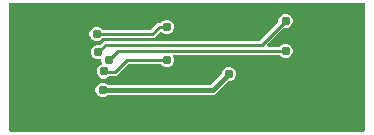
<source format=gbl>
G04 EAGLE Gerber RS-274X export*
G75*
%MOMM*%
%FSLAX34Y34*%
%LPD*%
%INBottom Copper*%
%IPPOS*%
%AMOC8*
5,1,8,0,0,1.08239X$1,22.5*%
G01*
%ADD10C,0.787400*%
%ADD11C,0.254000*%
%ADD12C,0.406400*%

G36*
X304918Y5096D02*
X304918Y5096D01*
X305037Y5103D01*
X305075Y5116D01*
X305116Y5121D01*
X305226Y5164D01*
X305339Y5201D01*
X305374Y5223D01*
X305411Y5238D01*
X305507Y5307D01*
X305608Y5371D01*
X305636Y5401D01*
X305669Y5424D01*
X305745Y5516D01*
X305826Y5603D01*
X305846Y5638D01*
X305871Y5669D01*
X305922Y5777D01*
X305980Y5881D01*
X305990Y5921D01*
X306007Y5957D01*
X306029Y6074D01*
X306059Y6189D01*
X306063Y6249D01*
X306067Y6269D01*
X306065Y6290D01*
X306069Y6350D01*
X306069Y112930D01*
X306054Y113048D01*
X306047Y113167D01*
X306034Y113205D01*
X306029Y113246D01*
X305986Y113356D01*
X305949Y113469D01*
X305927Y113504D01*
X305912Y113541D01*
X305843Y113637D01*
X305779Y113738D01*
X305749Y113766D01*
X305726Y113799D01*
X305634Y113875D01*
X305547Y113956D01*
X305512Y113976D01*
X305481Y114001D01*
X305373Y114052D01*
X305269Y114110D01*
X305229Y114120D01*
X305193Y114137D01*
X305076Y114159D01*
X304961Y114189D01*
X304901Y114193D01*
X304881Y114197D01*
X304860Y114195D01*
X304800Y114199D01*
X5840Y114199D01*
X5722Y114184D01*
X5603Y114177D01*
X5565Y114164D01*
X5524Y114159D01*
X5414Y114116D01*
X5301Y114079D01*
X5266Y114057D01*
X5229Y114042D01*
X5133Y113973D01*
X5032Y113909D01*
X5004Y113879D01*
X4971Y113856D01*
X4895Y113764D01*
X4814Y113677D01*
X4794Y113642D01*
X4769Y113611D01*
X4718Y113503D01*
X4660Y113399D01*
X4650Y113359D01*
X4633Y113323D01*
X4611Y113206D01*
X4581Y113091D01*
X4577Y113031D01*
X4573Y113011D01*
X4575Y112990D01*
X4571Y112930D01*
X4571Y6350D01*
X4586Y6232D01*
X4593Y6113D01*
X4606Y6075D01*
X4611Y6034D01*
X4654Y5924D01*
X4691Y5811D01*
X4713Y5776D01*
X4728Y5739D01*
X4797Y5643D01*
X4861Y5542D01*
X4891Y5514D01*
X4914Y5481D01*
X5006Y5405D01*
X5093Y5324D01*
X5128Y5304D01*
X5159Y5279D01*
X5267Y5228D01*
X5371Y5170D01*
X5411Y5160D01*
X5447Y5143D01*
X5564Y5121D01*
X5679Y5091D01*
X5739Y5087D01*
X5759Y5083D01*
X5780Y5085D01*
X5840Y5081D01*
X304800Y5081D01*
X304918Y5096D01*
G37*
%LPC*%
G36*
X83726Y50164D02*
X83726Y50164D01*
X81532Y51073D01*
X79853Y52752D01*
X78944Y54947D01*
X78944Y57321D01*
X79853Y59516D01*
X81532Y61195D01*
X82846Y61739D01*
X82950Y61798D01*
X83056Y61851D01*
X83087Y61877D01*
X83122Y61897D01*
X83208Y61980D01*
X83298Y62057D01*
X83322Y62090D01*
X83351Y62118D01*
X83413Y62220D01*
X83481Y62317D01*
X83496Y62355D01*
X83517Y62389D01*
X83552Y62503D01*
X83594Y62614D01*
X83599Y62655D01*
X83611Y62693D01*
X83616Y62812D01*
X83629Y62930D01*
X83624Y62970D01*
X83626Y63011D01*
X83602Y63127D01*
X83585Y63245D01*
X83566Y63302D01*
X83561Y63322D01*
X83552Y63341D01*
X83533Y63398D01*
X82930Y64853D01*
X82930Y65238D01*
X82924Y65288D01*
X82926Y65338D01*
X82904Y65445D01*
X82890Y65554D01*
X82872Y65600D01*
X82862Y65649D01*
X82814Y65748D01*
X82773Y65850D01*
X82744Y65890D01*
X82722Y65935D01*
X82651Y66018D01*
X82587Y66107D01*
X82548Y66139D01*
X82516Y66177D01*
X82426Y66240D01*
X82342Y66310D01*
X82297Y66331D01*
X82256Y66360D01*
X82153Y66399D01*
X82054Y66445D01*
X82005Y66455D01*
X81958Y66472D01*
X81849Y66485D01*
X81742Y66505D01*
X81692Y66502D01*
X81642Y66508D01*
X81533Y66492D01*
X81424Y66485D01*
X81377Y66470D01*
X81327Y66463D01*
X81202Y66420D01*
X78823Y66420D01*
X76628Y67329D01*
X74949Y69008D01*
X74040Y71203D01*
X74040Y73577D01*
X74949Y75772D01*
X76628Y77451D01*
X78823Y78360D01*
X80783Y78360D01*
X80881Y78372D01*
X80980Y78375D01*
X81039Y78392D01*
X81099Y78400D01*
X81191Y78436D01*
X81286Y78464D01*
X81338Y78494D01*
X81394Y78517D01*
X81474Y78575D01*
X81560Y78625D01*
X81635Y78691D01*
X81652Y78703D01*
X81660Y78713D01*
X81681Y78731D01*
X84992Y82043D01*
X216546Y82043D01*
X216644Y82055D01*
X216743Y82058D01*
X216802Y82075D01*
X216862Y82083D01*
X216954Y82119D01*
X217049Y82147D01*
X217101Y82177D01*
X217157Y82200D01*
X217237Y82258D01*
X217323Y82308D01*
X217398Y82374D01*
X217415Y82386D01*
X217423Y82396D01*
X217444Y82414D01*
X232419Y97389D01*
X232479Y97468D01*
X232547Y97540D01*
X232576Y97593D01*
X232613Y97641D01*
X232653Y97732D01*
X232701Y97818D01*
X232716Y97877D01*
X232740Y97932D01*
X232755Y98030D01*
X232780Y98126D01*
X232786Y98226D01*
X232790Y98247D01*
X232788Y98259D01*
X232790Y98287D01*
X232790Y100247D01*
X233699Y102442D01*
X235378Y104121D01*
X237573Y105030D01*
X239947Y105030D01*
X242142Y104121D01*
X243821Y102442D01*
X244730Y100247D01*
X244730Y97873D01*
X243821Y95678D01*
X242142Y93999D01*
X239947Y93090D01*
X237987Y93090D01*
X237889Y93078D01*
X237790Y93075D01*
X237731Y93058D01*
X237671Y93050D01*
X237579Y93014D01*
X237484Y92986D01*
X237432Y92956D01*
X237376Y92933D01*
X237296Y92875D01*
X237210Y92825D01*
X237135Y92759D01*
X237118Y92747D01*
X237110Y92737D01*
X237089Y92719D01*
X223500Y79129D01*
X223415Y79020D01*
X223326Y78913D01*
X223318Y78894D01*
X223305Y78878D01*
X223250Y78750D01*
X223191Y78625D01*
X223187Y78605D01*
X223179Y78586D01*
X223157Y78448D01*
X223131Y78312D01*
X223132Y78292D01*
X223129Y78272D01*
X223142Y78133D01*
X223151Y77995D01*
X223157Y77976D01*
X223159Y77956D01*
X223206Y77824D01*
X223249Y77693D01*
X223260Y77675D01*
X223267Y77656D01*
X223345Y77541D01*
X223419Y77424D01*
X223434Y77410D01*
X223445Y77393D01*
X223549Y77301D01*
X223651Y77206D01*
X223668Y77196D01*
X223684Y77183D01*
X223807Y77119D01*
X223929Y77052D01*
X223949Y77047D01*
X223967Y77038D01*
X224103Y77008D01*
X224237Y76973D01*
X224265Y76971D01*
X224277Y76968D01*
X224298Y76969D01*
X224398Y76963D01*
X233095Y76963D01*
X233193Y76975D01*
X233292Y76978D01*
X233350Y76995D01*
X233410Y77003D01*
X233502Y77039D01*
X233597Y77067D01*
X233649Y77097D01*
X233706Y77120D01*
X233786Y77178D01*
X233871Y77228D01*
X233947Y77294D01*
X233963Y77306D01*
X233971Y77316D01*
X233992Y77334D01*
X235378Y78721D01*
X237573Y79630D01*
X239947Y79630D01*
X242142Y78721D01*
X243821Y77042D01*
X244730Y74847D01*
X244730Y72473D01*
X243821Y70278D01*
X242142Y68599D01*
X239947Y67690D01*
X237573Y67690D01*
X235378Y68599D01*
X233992Y69986D01*
X233914Y70046D01*
X233842Y70114D01*
X233789Y70143D01*
X233741Y70180D01*
X233650Y70220D01*
X233563Y70268D01*
X233505Y70283D01*
X233449Y70307D01*
X233351Y70322D01*
X233255Y70347D01*
X233155Y70353D01*
X233135Y70357D01*
X233123Y70355D01*
X233095Y70357D01*
X145003Y70357D01*
X144954Y70351D01*
X144904Y70353D01*
X144796Y70331D01*
X144687Y70317D01*
X144641Y70299D01*
X144593Y70289D01*
X144494Y70241D01*
X144392Y70200D01*
X144352Y70171D01*
X144307Y70149D01*
X144223Y70078D01*
X144134Y70014D01*
X144103Y69975D01*
X144065Y69943D01*
X144002Y69853D01*
X143932Y69769D01*
X143910Y69724D01*
X143882Y69683D01*
X143843Y69580D01*
X143796Y69481D01*
X143787Y69432D01*
X143769Y69386D01*
X143757Y69276D01*
X143736Y69169D01*
X143739Y69119D01*
X143734Y69070D01*
X143749Y68961D01*
X143756Y68851D01*
X143771Y68804D01*
X143778Y68755D01*
X143830Y68602D01*
X144400Y67227D01*
X144400Y64853D01*
X143491Y62658D01*
X141812Y60979D01*
X139617Y60070D01*
X137243Y60070D01*
X135048Y60979D01*
X133662Y62366D01*
X133584Y62426D01*
X133512Y62494D01*
X133459Y62523D01*
X133411Y62560D01*
X133320Y62600D01*
X133233Y62648D01*
X133175Y62663D01*
X133119Y62687D01*
X133021Y62702D01*
X132925Y62727D01*
X132825Y62733D01*
X132805Y62737D01*
X132793Y62735D01*
X132765Y62737D01*
X106034Y62737D01*
X105936Y62725D01*
X105837Y62722D01*
X105778Y62705D01*
X105718Y62697D01*
X105626Y62661D01*
X105531Y62633D01*
X105479Y62603D01*
X105423Y62580D01*
X105343Y62522D01*
X105257Y62472D01*
X105182Y62406D01*
X105165Y62394D01*
X105157Y62384D01*
X105136Y62366D01*
X95348Y52577D01*
X90325Y52577D01*
X90227Y52565D01*
X90128Y52562D01*
X90070Y52545D01*
X90009Y52537D01*
X89917Y52501D01*
X89822Y52473D01*
X89770Y52443D01*
X89714Y52420D01*
X89634Y52362D01*
X89548Y52312D01*
X89473Y52246D01*
X89456Y52234D01*
X89449Y52224D01*
X89427Y52206D01*
X88295Y51073D01*
X86101Y50164D01*
X83726Y50164D01*
G37*
%LPD*%
%LPC*%
G36*
X82633Y34670D02*
X82633Y34670D01*
X80438Y35579D01*
X78759Y37258D01*
X77850Y39453D01*
X77850Y41827D01*
X78759Y44022D01*
X80438Y45701D01*
X82633Y46610D01*
X85007Y46610D01*
X87202Y45701D01*
X87826Y45076D01*
X87904Y45016D01*
X87976Y44948D01*
X88029Y44919D01*
X88077Y44882D01*
X88168Y44842D01*
X88255Y44794D01*
X88313Y44779D01*
X88369Y44755D01*
X88467Y44740D01*
X88563Y44715D01*
X88663Y44709D01*
X88683Y44705D01*
X88695Y44707D01*
X88723Y44705D01*
X174851Y44705D01*
X174949Y44717D01*
X175048Y44720D01*
X175106Y44737D01*
X175166Y44745D01*
X175258Y44781D01*
X175353Y44809D01*
X175405Y44839D01*
X175462Y44862D01*
X175542Y44920D01*
X175627Y44970D01*
X175703Y45036D01*
X175719Y45048D01*
X175727Y45058D01*
X175748Y45076D01*
X184424Y53752D01*
X184484Y53830D01*
X184552Y53902D01*
X184581Y53955D01*
X184618Y54003D01*
X184658Y54094D01*
X184706Y54181D01*
X184721Y54239D01*
X184745Y54295D01*
X184760Y54393D01*
X184785Y54489D01*
X184791Y54589D01*
X184795Y54609D01*
X184793Y54621D01*
X184795Y54649D01*
X184795Y55532D01*
X185704Y57727D01*
X187383Y59406D01*
X189578Y60315D01*
X191952Y60315D01*
X194147Y59406D01*
X195826Y57727D01*
X196735Y55532D01*
X196735Y53158D01*
X195826Y50963D01*
X194147Y49284D01*
X191952Y48375D01*
X191069Y48375D01*
X190971Y48363D01*
X190872Y48360D01*
X190814Y48343D01*
X190754Y48335D01*
X190662Y48299D01*
X190567Y48271D01*
X190515Y48241D01*
X190458Y48218D01*
X190378Y48160D01*
X190293Y48110D01*
X190217Y48044D01*
X190201Y48032D01*
X190193Y48022D01*
X190172Y48004D01*
X178744Y36575D01*
X88723Y36575D01*
X88625Y36563D01*
X88526Y36560D01*
X88468Y36543D01*
X88408Y36535D01*
X88316Y36499D01*
X88221Y36471D01*
X88169Y36441D01*
X88112Y36418D01*
X88032Y36360D01*
X87947Y36310D01*
X87871Y36244D01*
X87855Y36232D01*
X87847Y36222D01*
X87826Y36204D01*
X87202Y35579D01*
X85007Y34670D01*
X82633Y34670D01*
G37*
%LPD*%
%LPC*%
G36*
X77553Y82041D02*
X77553Y82041D01*
X75358Y82950D01*
X73679Y84629D01*
X72770Y86824D01*
X72770Y89198D01*
X73679Y91393D01*
X75358Y93072D01*
X77553Y93981D01*
X79927Y93981D01*
X82122Y93072D01*
X83508Y91685D01*
X83586Y91625D01*
X83658Y91557D01*
X83711Y91528D01*
X83759Y91491D01*
X83850Y91451D01*
X83937Y91403D01*
X83995Y91388D01*
X84051Y91364D01*
X84149Y91349D01*
X84245Y91324D01*
X84345Y91318D01*
X84365Y91314D01*
X84377Y91316D01*
X84405Y91314D01*
X124217Y91314D01*
X124315Y91326D01*
X124414Y91329D01*
X124473Y91346D01*
X124533Y91354D01*
X124625Y91390D01*
X124720Y91418D01*
X124772Y91448D01*
X124828Y91471D01*
X124908Y91529D01*
X124994Y91579D01*
X125069Y91645D01*
X125086Y91657D01*
X125094Y91667D01*
X125115Y91685D01*
X130712Y97283D01*
X132765Y97283D01*
X132863Y97295D01*
X132962Y97298D01*
X133020Y97315D01*
X133080Y97323D01*
X133172Y97359D01*
X133267Y97387D01*
X133319Y97417D01*
X133376Y97440D01*
X133456Y97498D01*
X133541Y97548D01*
X133617Y97614D01*
X133633Y97626D01*
X133641Y97636D01*
X133662Y97654D01*
X135048Y99041D01*
X137243Y99950D01*
X139617Y99950D01*
X141812Y99041D01*
X143491Y97362D01*
X144400Y95167D01*
X144400Y92793D01*
X143491Y90598D01*
X141812Y88919D01*
X139617Y88010D01*
X137243Y88010D01*
X135048Y88919D01*
X134267Y89701D01*
X134172Y89774D01*
X134083Y89853D01*
X134047Y89871D01*
X134015Y89896D01*
X133906Y89943D01*
X133800Y89997D01*
X133761Y90006D01*
X133724Y90022D01*
X133606Y90041D01*
X133490Y90067D01*
X133449Y90066D01*
X133409Y90072D01*
X133291Y90061D01*
X133172Y90057D01*
X133133Y90046D01*
X133093Y90042D01*
X132981Y90002D01*
X132866Y89969D01*
X132832Y89948D01*
X132794Y89935D01*
X132695Y89868D01*
X132592Y89807D01*
X132547Y89767D01*
X132530Y89756D01*
X132517Y89741D01*
X132472Y89701D01*
X127479Y84708D01*
X84405Y84708D01*
X84307Y84696D01*
X84208Y84693D01*
X84150Y84676D01*
X84090Y84668D01*
X83998Y84632D01*
X83903Y84604D01*
X83851Y84574D01*
X83794Y84551D01*
X83714Y84493D01*
X83629Y84443D01*
X83553Y84377D01*
X83537Y84365D01*
X83529Y84355D01*
X83508Y84337D01*
X82122Y82950D01*
X79927Y82041D01*
X77553Y82041D01*
G37*
%LPD*%
D10*
X78740Y88011D03*
D11*
X126111Y88011D01*
X132080Y93980D01*
X138430Y93980D01*
D10*
X138430Y93980D03*
X69850Y41910D03*
X137160Y50800D03*
X83820Y40640D03*
D12*
X177060Y40640D01*
X190765Y54345D01*
D10*
X190765Y54345D03*
X88900Y66040D03*
D11*
X96520Y73660D01*
D10*
X238760Y73660D03*
D11*
X96520Y73660D01*
D10*
X80010Y72390D03*
D11*
X86360Y78740D01*
X218440Y78740D02*
X238760Y99060D01*
D10*
X238760Y99060D03*
D11*
X218440Y78740D02*
X86360Y78740D01*
D10*
X84914Y56134D03*
D11*
X85168Y55880D01*
X93980Y55880D01*
X104140Y66040D02*
X138430Y66040D01*
X104140Y66040D02*
X93980Y55880D01*
D10*
X138430Y66040D03*
M02*

</source>
